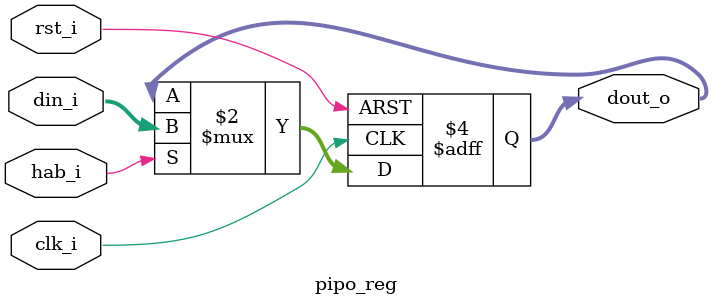
<source format=v>

module pipo_reg #(
  parameter Width = 12
) ( 
  input                   rst_i,
  input                   clk_i,
  input                   hab_i,
  input      [Width-1:0]  din_i,
  output reg [Width-1:0]  dout_o
);

  always @(posedge clk_i, posedge rst_i) begin
    if (rst_i)
      dout_o <= 0; 
    else if (hab_i)
      dout_o <= din_i;
  end   
  
endmodule
</source>
